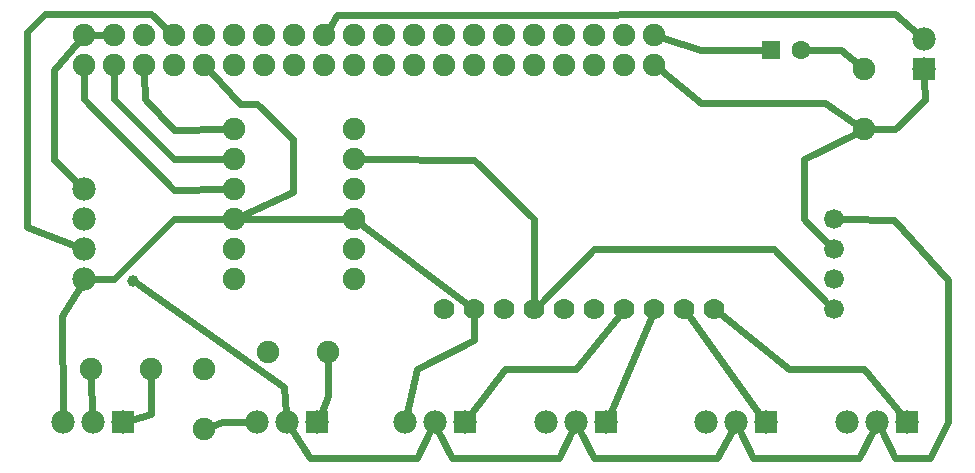
<source format=gbl>
G04 MADE WITH FRITZING*
G04 WWW.FRITZING.ORG*
G04 DOUBLE SIDED*
G04 HOLES PLATED*
G04 CONTOUR ON CENTER OF CONTOUR VECTOR*
%ASAXBY*%
%FSLAX23Y23*%
%MOIN*%
%OFA0B0*%
%SFA1.0B1.0*%
%ADD10C,0.078000*%
%ADD11C,0.062992*%
%ADD12C,0.066111*%
%ADD13C,0.074803*%
%ADD14C,0.070000*%
%ADD15C,0.075361*%
%ADD16C,0.075000*%
%ADD17C,0.039370*%
%ADD18R,0.078000X0.078000*%
%ADD19R,0.062992X0.062992*%
%ADD20C,0.024000*%
%LNCOPPER0*%
G90*
G70*
G54D10*
X418Y297D03*
X318Y297D03*
X218Y297D03*
X1067Y297D03*
X967Y297D03*
X867Y297D03*
X1558Y297D03*
X1458Y297D03*
X1358Y297D03*
X2030Y297D03*
X1930Y297D03*
X1830Y297D03*
X2562Y297D03*
X2462Y297D03*
X2362Y297D03*
X3034Y297D03*
X2934Y297D03*
X2834Y297D03*
G54D11*
X2580Y1537D03*
X2678Y1537D03*
G54D12*
X2791Y674D03*
X2791Y774D03*
X2791Y974D03*
X2791Y874D03*
G54D10*
X3091Y1474D03*
X3091Y1574D03*
G54D13*
X790Y1274D03*
X791Y774D03*
X791Y874D03*
X791Y974D03*
X791Y1074D03*
X791Y1174D03*
X1191Y1274D03*
X1191Y774D03*
X1191Y874D03*
X1191Y974D03*
X1191Y1074D03*
X1191Y1174D03*
G54D14*
X2391Y674D03*
X2291Y674D03*
X2191Y674D03*
X2091Y674D03*
X1991Y674D03*
X1891Y674D03*
X1791Y674D03*
X1691Y674D03*
X1591Y674D03*
X1491Y674D03*
G54D15*
X291Y1489D03*
X391Y1489D03*
X491Y1489D03*
X591Y1489D03*
X691Y1489D03*
X791Y1489D03*
X891Y1489D03*
X991Y1489D03*
X1091Y1489D03*
X1191Y1489D03*
X1291Y1489D03*
X1391Y1489D03*
X1491Y1489D03*
X1591Y1489D03*
X1691Y1489D03*
X1791Y1489D03*
X1891Y1489D03*
X1991Y1489D03*
X2091Y1489D03*
X2191Y1489D03*
X2191Y1589D03*
X2091Y1589D03*
X1991Y1589D03*
X1891Y1589D03*
X1791Y1589D03*
X1691Y1589D03*
X1591Y1589D03*
X1491Y1589D03*
X1391Y1589D03*
X1291Y1589D03*
X1191Y1589D03*
X1091Y1589D03*
X991Y1589D03*
X891Y1589D03*
X791Y1589D03*
X691Y1589D03*
X591Y1589D03*
X491Y1589D03*
X391Y1589D03*
X291Y1589D03*
G54D10*
X291Y1074D03*
X291Y974D03*
X291Y874D03*
X291Y774D03*
G54D16*
X690Y274D03*
X690Y474D03*
X903Y533D03*
X1103Y533D03*
X2891Y1274D03*
X2891Y1474D03*
X313Y474D03*
X513Y474D03*
G54D17*
X454Y770D03*
G54D18*
X418Y297D03*
X1067Y297D03*
X1558Y297D03*
X2030Y297D03*
X2562Y297D03*
X3034Y297D03*
G54D19*
X2580Y1537D03*
G54D18*
X3091Y1474D03*
G54D20*
X514Y326D02*
X513Y446D01*
D02*
X446Y306D02*
X514Y326D01*
D02*
X275Y748D02*
X217Y652D01*
D02*
X217Y652D02*
X218Y327D01*
D02*
X314Y446D02*
X317Y327D01*
D02*
X837Y297D02*
X748Y298D01*
D02*
X748Y298D02*
X717Y285D01*
D02*
X956Y415D02*
X964Y327D01*
D02*
X469Y759D02*
X956Y415D01*
D02*
X1079Y325D02*
X1103Y385D01*
D02*
X1103Y385D02*
X1103Y505D01*
D02*
X1399Y178D02*
X1444Y270D01*
D02*
X1044Y179D02*
X1399Y178D01*
D02*
X984Y272D02*
X1044Y179D01*
D02*
X1516Y178D02*
X1471Y270D01*
D02*
X1872Y178D02*
X1516Y178D01*
D02*
X1917Y270D02*
X1872Y178D01*
D02*
X1988Y178D02*
X1943Y270D01*
D02*
X2401Y178D02*
X1989Y178D01*
D02*
X2448Y270D02*
X2401Y178D01*
D02*
X2521Y178D02*
X2475Y270D01*
D02*
X2874Y178D02*
X2521Y178D01*
D02*
X2921Y270D02*
X2874Y178D01*
D02*
X1399Y475D02*
X1365Y327D01*
D02*
X1591Y572D02*
X1399Y475D01*
D02*
X1591Y643D02*
X1591Y572D01*
D02*
X2309Y649D02*
X2544Y322D01*
D02*
X2179Y645D02*
X2042Y325D01*
D02*
X1216Y955D02*
X1566Y692D01*
D02*
X1929Y475D02*
X1692Y475D01*
D02*
X1692Y475D02*
X1576Y321D01*
D02*
X2071Y650D02*
X1929Y475D01*
D02*
X2638Y475D02*
X2890Y475D01*
D02*
X2890Y475D02*
X3015Y321D01*
D02*
X2415Y654D02*
X2638Y475D01*
D02*
X2994Y1657D02*
X3068Y1593D01*
D02*
X1108Y1616D02*
X1133Y1656D01*
D02*
X1133Y1656D02*
X2994Y1657D01*
D02*
X2345Y1537D02*
X2221Y1579D01*
D02*
X2553Y1537D02*
X2345Y1537D01*
D02*
X2758Y1361D02*
X2867Y1289D01*
D02*
X2345Y1361D02*
X2758Y1361D01*
D02*
X2215Y1469D02*
X2345Y1361D01*
D02*
X1789Y974D02*
X1791Y704D01*
D02*
X1591Y1173D02*
X1789Y974D01*
D02*
X1222Y1174D02*
X1591Y1173D01*
D02*
X359Y1589D02*
X322Y1589D01*
D02*
X191Y1173D02*
X269Y1095D01*
D02*
X191Y1473D02*
X191Y1173D01*
D02*
X270Y1566D02*
X191Y1473D01*
D02*
X160Y1657D02*
X513Y1657D01*
D02*
X513Y1657D02*
X567Y1610D01*
D02*
X99Y1597D02*
X160Y1657D01*
D02*
X99Y947D02*
X99Y1597D01*
D02*
X263Y884D02*
X99Y947D01*
D02*
X591Y1073D02*
X760Y1074D01*
D02*
X291Y1374D02*
X591Y1073D01*
D02*
X291Y1458D02*
X291Y1374D01*
D02*
X390Y1374D02*
X391Y1458D01*
D02*
X591Y1174D02*
X390Y1374D01*
D02*
X760Y1174D02*
X591Y1174D01*
D02*
X492Y1374D02*
X491Y1458D01*
D02*
X590Y1272D02*
X492Y1374D01*
D02*
X760Y1274D02*
X590Y1272D01*
D02*
X808Y1359D02*
X712Y1466D01*
D02*
X867Y1359D02*
X808Y1359D01*
D02*
X985Y1243D02*
X867Y1359D01*
D02*
X985Y1066D02*
X985Y1243D01*
D02*
X818Y987D02*
X985Y1066D01*
D02*
X1161Y974D02*
X821Y974D01*
D02*
X590Y974D02*
X760Y974D01*
D02*
X390Y774D02*
X590Y974D01*
D02*
X321Y774D02*
X390Y774D01*
D02*
X2814Y1537D02*
X2705Y1537D01*
D02*
X2869Y1492D02*
X2814Y1537D01*
D02*
X2992Y1274D02*
X2919Y1274D01*
D02*
X3092Y1373D02*
X2992Y1274D01*
D02*
X3091Y1443D02*
X3092Y1373D01*
D02*
X2690Y1174D02*
X2865Y1261D01*
D02*
X2690Y974D02*
X2690Y1174D01*
D02*
X2771Y893D02*
X2690Y974D01*
D02*
X1991Y874D02*
X2591Y875D01*
D02*
X2591Y875D02*
X2771Y693D01*
D02*
X1813Y695D02*
X1991Y874D01*
D02*
X3171Y298D02*
X3111Y178D01*
D02*
X3111Y178D02*
X2994Y178D01*
D02*
X3171Y771D02*
X3171Y298D01*
D02*
X2994Y178D02*
X2948Y270D01*
D02*
X2991Y973D02*
X3171Y771D01*
D02*
X2818Y974D02*
X2991Y973D01*
G04 End of Copper0*
M02*
</source>
